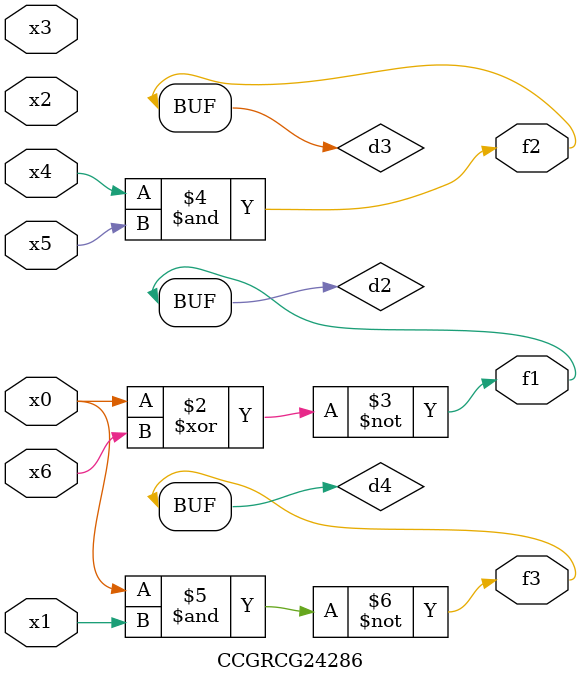
<source format=v>
module CCGRCG24286(
	input x0, x1, x2, x3, x4, x5, x6,
	output f1, f2, f3
);

	wire d1, d2, d3, d4;

	nor (d1, x0);
	xnor (d2, x0, x6);
	and (d3, x4, x5);
	nand (d4, x0, x1);
	assign f1 = d2;
	assign f2 = d3;
	assign f3 = d4;
endmodule

</source>
